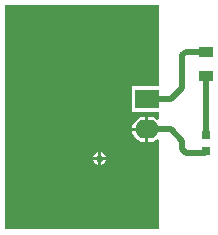
<source format=gbl>
G04*
G04 #@! TF.GenerationSoftware,Altium Limited,Altium Designer,21.3.2 (30)*
G04*
G04 Layer_Physical_Order=2*
G04 Layer_Color=16711680*
%FSLAX25Y25*%
%MOIN*%
G70*
G04*
G04 #@! TF.SameCoordinates,FE050A9F-21F3-40BC-BC20-1EE1FB2A97B0*
G04*
G04*
G04 #@! TF.FilePolarity,Positive*
G04*
G01*
G75*
%ADD13R,0.02756X0.02756*%
%ADD14R,0.04724X0.03543*%
%ADD19C,0.01968*%
%ADD20R,0.07874X0.06299*%
%ADD21O,0.07874X0.06299*%
%ADD22C,0.02362*%
G36*
X53150Y49606D02*
X44094D01*
Y40945D01*
X53150D01*
Y38719D01*
X52650Y38473D01*
X52093Y38900D01*
X51083Y39318D01*
X50000Y39461D01*
X49713D01*
Y35276D01*
Y31090D01*
X50000D01*
X51083Y31233D01*
X52093Y31651D01*
X52650Y32078D01*
X53150Y31832D01*
Y1969D01*
X1969D01*
Y76772D01*
X53150D01*
Y49606D01*
D02*
G37*
%LPC*%
G36*
X48713Y39461D02*
X48425D01*
X47342Y39318D01*
X46332Y38900D01*
X45466Y38235D01*
X44800Y37368D01*
X44382Y36359D01*
X44306Y35776D01*
X48713D01*
Y39461D01*
D02*
G37*
G36*
Y34776D02*
X44306D01*
X44382Y34192D01*
X44800Y33183D01*
X45466Y32316D01*
X46332Y31651D01*
X47342Y31233D01*
X48425Y31090D01*
X48713D01*
Y34776D01*
D02*
G37*
G36*
X33965Y27744D02*
Y26091D01*
X35618D01*
X35314Y26826D01*
X34700Y27440D01*
X33965Y27744D01*
D02*
G37*
G36*
X32965D02*
X32229Y27440D01*
X31615Y26826D01*
X31311Y26091D01*
X32965D01*
Y27744D01*
D02*
G37*
G36*
X35618Y25091D02*
X33965D01*
Y23437D01*
X34700Y23742D01*
X35314Y24355D01*
X35618Y25091D01*
D02*
G37*
G36*
X32965D02*
X31311D01*
X31615Y24355D01*
X32229Y23742D01*
X32965Y23437D01*
Y25091D01*
D02*
G37*
%LPD*%
D13*
X68898Y33465D02*
D03*
Y27953D02*
D03*
D14*
Y61221D02*
D03*
Y52953D02*
D03*
D19*
Y33465D02*
Y52953D01*
X49213Y35276D02*
X57244D01*
X62177Y27559D02*
X68504D01*
X61024Y28712D02*
Y31496D01*
X68504Y27559D02*
X68898Y27953D01*
X61024Y28712D02*
X62177Y27559D01*
X57244Y35276D02*
X61024Y31496D01*
X62177Y61221D02*
X68898D01*
X61024Y49213D02*
Y60067D01*
X62177Y61221D01*
X57087Y45276D02*
X61024Y49213D01*
X49213Y45276D02*
X57087D01*
D20*
X49213D02*
D03*
D21*
Y35276D02*
D03*
D22*
X33465Y25591D02*
D03*
M02*

</source>
